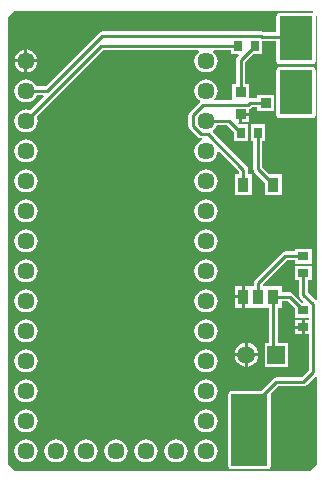
<source format=gtl>
G04 Layer_Physical_Order=1*
G04 Layer_Color=255*
%FSAX24Y24*%
%MOIN*%
G70*
G01*
G75*
%ADD10R,0.0360X0.0320*%
%ADD11R,0.0354X0.0276*%
%ADD12R,0.0354X0.0512*%
%ADD13R,0.0276X0.0354*%
%ADD14C,0.0100*%
%ADD15R,0.1200X0.2400*%
%ADD16R,0.1100X0.1500*%
%ADD17R,0.0591X0.0591*%
%ADD18C,0.0591*%
%ADD19C,0.0570*%
%ADD20C,0.0500*%
G36*
X020819Y049440D02*
X020807Y049416D01*
X020794Y049402D01*
X019700D01*
X019661Y049394D01*
X019628Y049372D01*
X019606Y049339D01*
X019598Y049300D01*
Y048753D01*
X019157D01*
X019134Y048768D01*
X019076Y048780D01*
X013794D01*
X013736Y048768D01*
X013686Y048735D01*
X011904Y046953D01*
X011603D01*
X011586Y046994D01*
X011525Y047075D01*
X011444Y047136D01*
X011351Y047175D01*
X011250Y047188D01*
X011149Y047175D01*
X011056Y047136D01*
X010975Y047075D01*
X010914Y046994D01*
X010875Y046901D01*
X010862Y046800D01*
X010875Y046699D01*
X010914Y046606D01*
X010975Y046525D01*
X011056Y046464D01*
X011149Y046425D01*
X011250Y046412D01*
X011351Y046425D01*
X011444Y046464D01*
X011525Y046525D01*
X011586Y046606D01*
X011603Y046647D01*
X011815D01*
X011835Y046601D01*
X011392Y046158D01*
X011351Y046175D01*
X011250Y046188D01*
X011149Y046175D01*
X011056Y046136D01*
X010975Y046075D01*
X010914Y045994D01*
X010875Y045901D01*
X010862Y045800D01*
X010875Y045699D01*
X010914Y045606D01*
X010975Y045525D01*
X011056Y045464D01*
X011149Y045425D01*
X011250Y045412D01*
X011351Y045425D01*
X011444Y045464D01*
X011525Y045525D01*
X011586Y045606D01*
X011625Y045699D01*
X011638Y045800D01*
X011625Y045901D01*
X011608Y045942D01*
X013813Y048147D01*
X016988D01*
X017005Y048097D01*
X016975Y048075D01*
X016914Y047994D01*
X016875Y047901D01*
X016862Y047800D01*
X016875Y047699D01*
X016914Y047606D01*
X016975Y047525D01*
X017056Y047464D01*
X017149Y047425D01*
X017250Y047412D01*
X017351Y047425D01*
X017444Y047464D01*
X017525Y047525D01*
X017586Y047606D01*
X017625Y047699D01*
X017638Y047800D01*
X017625Y047901D01*
X017586Y047994D01*
X017525Y048075D01*
X017495Y048097D01*
X017512Y048147D01*
X018087D01*
Y048023D01*
X018317D01*
X018336Y047977D01*
X018298Y047939D01*
X018265Y047889D01*
X018253Y047831D01*
Y047034D01*
X018126D01*
Y046514D01*
X018089Y046483D01*
X017543D01*
X017530Y046533D01*
X017586Y046606D01*
X017625Y046699D01*
X017638Y046800D01*
X017625Y046901D01*
X017586Y046994D01*
X017525Y047075D01*
X017444Y047136D01*
X017351Y047175D01*
X017250Y047188D01*
X017149Y047175D01*
X017056Y047136D01*
X016975Y047075D01*
X016914Y046994D01*
X016875Y046901D01*
X016862Y046800D01*
X016875Y046699D01*
X016914Y046606D01*
X016975Y046525D01*
X017032Y046482D01*
X017036Y046476D01*
X017039Y046423D01*
X017036Y046418D01*
X016707Y046088D01*
X016674Y046039D01*
X016662Y045980D01*
Y045620D01*
X016674Y045561D01*
X016707Y045512D01*
X016962Y045257D01*
X017011Y045224D01*
X017070Y045212D01*
X017108D01*
X017118Y045162D01*
X017056Y045136D01*
X016975Y045075D01*
X016914Y044994D01*
X016875Y044901D01*
X016862Y044800D01*
X016875Y044699D01*
X016914Y044606D01*
X016975Y044525D01*
X017056Y044464D01*
X017149Y044425D01*
X017250Y044412D01*
X017351Y044425D01*
X017444Y044464D01*
X017525Y044525D01*
X017586Y044606D01*
X017625Y044699D01*
X017632Y044755D01*
X017685Y044772D01*
X018347Y044111D01*
Y044026D01*
X018223D01*
Y043314D01*
X018777D01*
Y044026D01*
X018653D01*
Y044174D01*
X018641Y044232D01*
X018608Y044282D01*
X017468Y045422D01*
X017474Y045487D01*
X017525Y045525D01*
X017586Y045606D01*
X017603Y045647D01*
X017961D01*
X018187Y045422D01*
Y045123D01*
X018662D01*
Y045677D01*
X018364D01*
X018327Y045714D01*
X018346Y045760D01*
X018356D01*
Y046020D01*
X018406D01*
Y046070D01*
X018686D01*
Y046185D01*
X018707Y046189D01*
X018757Y046222D01*
X018782Y046247D01*
X018960D01*
Y046140D01*
X019520D01*
Y046660D01*
X018960D01*
Y046553D01*
X018718D01*
X018686Y046579D01*
Y047034D01*
X018559D01*
Y047767D01*
X018815Y048023D01*
X019113D01*
Y048447D01*
X019598D01*
Y047800D01*
X019606Y047761D01*
X019628Y047728D01*
X019661Y047706D01*
X019700Y047698D01*
X020800D01*
X020839Y047706D01*
X020872Y047728D01*
X020894Y047761D01*
X020902Y047800D01*
Y049294D01*
X020916Y049307D01*
X020940Y049319D01*
X020958Y049305D01*
Y039832D01*
X020908Y039811D01*
X020653Y040066D01*
Y040487D01*
X020777D01*
Y040962D01*
X020223D01*
Y040487D01*
X020347D01*
Y040003D01*
X020359Y039944D01*
X020392Y039895D01*
X020500Y039786D01*
X020482Y039733D01*
X020461Y039730D01*
X020154Y040038D01*
X020104Y040071D01*
X020046Y040083D01*
X019777D01*
Y040286D01*
X019153D01*
Y040337D01*
X019963Y041147D01*
X020223D01*
Y041038D01*
X020777D01*
Y041513D01*
X020223D01*
Y041453D01*
X019900D01*
X019841Y041441D01*
X019792Y041408D01*
X018892Y040508D01*
X018859Y040459D01*
X018847Y040400D01*
Y040286D01*
X018550D01*
Y039930D01*
Y039574D01*
X019347D01*
Y038395D01*
X019205D01*
Y037605D01*
X019995D01*
Y038395D01*
X019653D01*
Y039574D01*
X019777D01*
Y039777D01*
X019982D01*
X020223Y039536D01*
Y039238D01*
X020674D01*
Y039162D01*
X020550D01*
Y038924D01*
Y038687D01*
X020674D01*
Y037491D01*
X020437Y037253D01*
X019600D01*
X019541Y037241D01*
X019492Y037208D01*
X019086Y036802D01*
X018100D01*
X018061Y036794D01*
X018028Y036772D01*
X018006Y036739D01*
X017998Y036700D01*
Y034300D01*
X018006Y034261D01*
X018028Y034228D01*
X018061Y034206D01*
X018100Y034198D01*
X019300D01*
X019339Y034206D01*
X019372Y034228D01*
X019394Y034261D01*
X019402Y034300D01*
Y036686D01*
X019663Y036947D01*
X020500D01*
X020559Y036959D01*
X020608Y036992D01*
X020908Y037292D01*
X020958Y037271D01*
Y034359D01*
X020741Y034142D01*
X010859D01*
X010642Y034359D01*
Y049241D01*
X010859Y049458D01*
X020805D01*
X020819Y049440D01*
D02*
G37*
%LPC*%
G36*
X018992Y037950D02*
X018650D01*
Y037608D01*
X018703Y037615D01*
X018799Y037655D01*
X018882Y037718D01*
X018945Y037801D01*
X018985Y037897D01*
X018992Y037950D01*
D02*
G37*
G36*
X018550D02*
X018208D01*
X018215Y037897D01*
X018255Y037801D01*
X018318Y037718D01*
X018401Y037655D01*
X018497Y037615D01*
X018550Y037608D01*
Y037950D01*
D02*
G37*
G36*
X011250Y038188D02*
X011149Y038175D01*
X011056Y038136D01*
X010975Y038075D01*
X010914Y037994D01*
X010875Y037901D01*
X010862Y037800D01*
X010875Y037699D01*
X010914Y037606D01*
X010975Y037525D01*
X011056Y037464D01*
X011149Y037425D01*
X011250Y037412D01*
X011351Y037425D01*
X011444Y037464D01*
X011525Y037525D01*
X011586Y037606D01*
X011625Y037699D01*
X011638Y037800D01*
X011625Y037901D01*
X011586Y037994D01*
X011525Y038075D01*
X011444Y038136D01*
X011351Y038175D01*
X011250Y038188D01*
D02*
G37*
G36*
X017250D02*
X017149Y038175D01*
X017056Y038136D01*
X016975Y038075D01*
X016914Y037994D01*
X016875Y037901D01*
X016862Y037800D01*
X016875Y037699D01*
X016914Y037606D01*
X016975Y037525D01*
X017056Y037464D01*
X017149Y037425D01*
X017250Y037412D01*
X017351Y037425D01*
X017444Y037464D01*
X017525Y037525D01*
X017586Y037606D01*
X017625Y037699D01*
X017638Y037800D01*
X017625Y037901D01*
X017586Y037994D01*
X017525Y038075D01*
X017444Y038136D01*
X017351Y038175D01*
X017250Y038188D01*
D02*
G37*
G36*
Y039188D02*
X017149Y039175D01*
X017056Y039136D01*
X016975Y039075D01*
X016914Y038994D01*
X016875Y038900D01*
X016862Y038800D01*
X016875Y038700D01*
X016914Y038606D01*
X016975Y038525D01*
X017056Y038464D01*
X017149Y038425D01*
X017250Y038412D01*
X017351Y038425D01*
X017444Y038464D01*
X017525Y038525D01*
X017586Y038606D01*
X017625Y038700D01*
X017638Y038800D01*
X017625Y038900D01*
X017586Y038994D01*
X017525Y039075D01*
X017444Y039136D01*
X017351Y039175D01*
X017250Y039188D01*
D02*
G37*
G36*
X020450Y038874D02*
X020223D01*
Y038687D01*
X020450D01*
Y038874D01*
D02*
G37*
G36*
X011250Y039188D02*
X011149Y039175D01*
X011056Y039136D01*
X010975Y039075D01*
X010914Y038994D01*
X010875Y038900D01*
X010862Y038800D01*
X010875Y038700D01*
X010914Y038606D01*
X010975Y038525D01*
X011056Y038464D01*
X011149Y038425D01*
X011250Y038412D01*
X011351Y038425D01*
X011444Y038464D01*
X011525Y038525D01*
X011586Y038606D01*
X011625Y038700D01*
X011638Y038800D01*
X011625Y038900D01*
X011586Y038994D01*
X011525Y039075D01*
X011444Y039136D01*
X011351Y039175D01*
X011250Y039188D01*
D02*
G37*
G36*
X018550Y038392D02*
X018497Y038385D01*
X018401Y038345D01*
X018318Y038282D01*
X018255Y038199D01*
X018215Y038103D01*
X018208Y038050D01*
X018550D01*
Y038392D01*
D02*
G37*
G36*
X018650D02*
Y038050D01*
X018992D01*
X018985Y038103D01*
X018945Y038199D01*
X018882Y038282D01*
X018799Y038345D01*
X018703Y038385D01*
X018650Y038392D01*
D02*
G37*
G36*
X017250Y037188D02*
X017149Y037175D01*
X017056Y037136D01*
X016975Y037075D01*
X016914Y036994D01*
X016875Y036900D01*
X016862Y036800D01*
X016875Y036700D01*
X016914Y036606D01*
X016975Y036525D01*
X017056Y036464D01*
X017149Y036425D01*
X017250Y036412D01*
X017351Y036425D01*
X017444Y036464D01*
X017525Y036525D01*
X017586Y036606D01*
X017625Y036700D01*
X017638Y036800D01*
X017625Y036900D01*
X017586Y036994D01*
X017525Y037075D01*
X017444Y037136D01*
X017351Y037175D01*
X017250Y037188D01*
D02*
G37*
G36*
X014250Y035188D02*
X014149Y035175D01*
X014056Y035136D01*
X013975Y035075D01*
X013914Y034994D01*
X013875Y034901D01*
X013862Y034800D01*
X013875Y034699D01*
X013914Y034606D01*
X013975Y034525D01*
X014056Y034464D01*
X014149Y034425D01*
X014250Y034412D01*
X014351Y034425D01*
X014444Y034464D01*
X014525Y034525D01*
X014586Y034606D01*
X014625Y034699D01*
X014638Y034800D01*
X014625Y034901D01*
X014586Y034994D01*
X014525Y035075D01*
X014444Y035136D01*
X014351Y035175D01*
X014250Y035188D01*
D02*
G37*
G36*
X015250D02*
X015149Y035175D01*
X015056Y035136D01*
X014975Y035075D01*
X014914Y034994D01*
X014875Y034901D01*
X014862Y034800D01*
X014875Y034699D01*
X014914Y034606D01*
X014975Y034525D01*
X015056Y034464D01*
X015149Y034425D01*
X015250Y034412D01*
X015351Y034425D01*
X015444Y034464D01*
X015525Y034525D01*
X015586Y034606D01*
X015625Y034699D01*
X015638Y034800D01*
X015625Y034901D01*
X015586Y034994D01*
X015525Y035075D01*
X015444Y035136D01*
X015351Y035175D01*
X015250Y035188D01*
D02*
G37*
G36*
X013250D02*
X013149Y035175D01*
X013056Y035136D01*
X012975Y035075D01*
X012914Y034994D01*
X012875Y034901D01*
X012862Y034800D01*
X012875Y034699D01*
X012914Y034606D01*
X012975Y034525D01*
X013056Y034464D01*
X013149Y034425D01*
X013250Y034412D01*
X013351Y034425D01*
X013444Y034464D01*
X013525Y034525D01*
X013586Y034606D01*
X013625Y034699D01*
X013638Y034800D01*
X013625Y034901D01*
X013586Y034994D01*
X013525Y035075D01*
X013444Y035136D01*
X013351Y035175D01*
X013250Y035188D01*
D02*
G37*
G36*
X011250D02*
X011149Y035175D01*
X011056Y035136D01*
X010975Y035075D01*
X010914Y034994D01*
X010875Y034901D01*
X010862Y034800D01*
X010875Y034699D01*
X010914Y034606D01*
X010975Y034525D01*
X011056Y034464D01*
X011149Y034425D01*
X011250Y034412D01*
X011351Y034425D01*
X011444Y034464D01*
X011525Y034525D01*
X011586Y034606D01*
X011625Y034699D01*
X011638Y034800D01*
X011625Y034901D01*
X011586Y034994D01*
X011525Y035075D01*
X011444Y035136D01*
X011351Y035175D01*
X011250Y035188D01*
D02*
G37*
G36*
X012250D02*
X012149Y035175D01*
X012056Y035136D01*
X011975Y035075D01*
X011914Y034994D01*
X011875Y034901D01*
X011862Y034800D01*
X011875Y034699D01*
X011914Y034606D01*
X011975Y034525D01*
X012056Y034464D01*
X012149Y034425D01*
X012250Y034412D01*
X012351Y034425D01*
X012444Y034464D01*
X012525Y034525D01*
X012586Y034606D01*
X012625Y034699D01*
X012638Y034800D01*
X012625Y034901D01*
X012586Y034994D01*
X012525Y035075D01*
X012444Y035136D01*
X012351Y035175D01*
X012250Y035188D01*
D02*
G37*
G36*
X017250Y036188D02*
X017149Y036175D01*
X017056Y036136D01*
X016975Y036075D01*
X016914Y035994D01*
X016875Y035900D01*
X016862Y035800D01*
X016875Y035700D01*
X016914Y035606D01*
X016975Y035525D01*
X017056Y035464D01*
X017149Y035425D01*
X017250Y035412D01*
X017351Y035425D01*
X017444Y035464D01*
X017525Y035525D01*
X017586Y035606D01*
X017625Y035700D01*
X017638Y035800D01*
X017625Y035900D01*
X017586Y035994D01*
X017525Y036075D01*
X017444Y036136D01*
X017351Y036175D01*
X017250Y036188D01*
D02*
G37*
G36*
X011250Y037188D02*
X011149Y037175D01*
X011056Y037136D01*
X010975Y037075D01*
X010914Y036994D01*
X010875Y036900D01*
X010862Y036800D01*
X010875Y036700D01*
X010914Y036606D01*
X010975Y036525D01*
X011056Y036464D01*
X011149Y036425D01*
X011250Y036412D01*
X011351Y036425D01*
X011444Y036464D01*
X011525Y036525D01*
X011586Y036606D01*
X011625Y036700D01*
X011638Y036800D01*
X011625Y036900D01*
X011586Y036994D01*
X011525Y037075D01*
X011444Y037136D01*
X011351Y037175D01*
X011250Y037188D01*
D02*
G37*
G36*
Y036188D02*
X011149Y036175D01*
X011056Y036136D01*
X010975Y036075D01*
X010914Y035994D01*
X010875Y035900D01*
X010862Y035800D01*
X010875Y035700D01*
X010914Y035606D01*
X010975Y035525D01*
X011056Y035464D01*
X011149Y035425D01*
X011250Y035412D01*
X011351Y035425D01*
X011444Y035464D01*
X011525Y035525D01*
X011586Y035606D01*
X011625Y035700D01*
X011638Y035800D01*
X011625Y035900D01*
X011586Y035994D01*
X011525Y036075D01*
X011444Y036136D01*
X011351Y036175D01*
X011250Y036188D01*
D02*
G37*
G36*
X016250Y035188D02*
X016149Y035175D01*
X016056Y035136D01*
X015975Y035075D01*
X015914Y034994D01*
X015875Y034901D01*
X015862Y034800D01*
X015875Y034699D01*
X015914Y034606D01*
X015975Y034525D01*
X016056Y034464D01*
X016149Y034425D01*
X016250Y034412D01*
X016351Y034425D01*
X016444Y034464D01*
X016525Y034525D01*
X016586Y034606D01*
X016625Y034699D01*
X016638Y034800D01*
X016625Y034901D01*
X016586Y034994D01*
X016525Y035075D01*
X016444Y035136D01*
X016351Y035175D01*
X016250Y035188D01*
D02*
G37*
G36*
X017250D02*
X017149Y035175D01*
X017056Y035136D01*
X016975Y035075D01*
X016914Y034994D01*
X016875Y034901D01*
X016862Y034800D01*
X016875Y034699D01*
X016914Y034606D01*
X016975Y034525D01*
X017056Y034464D01*
X017149Y034425D01*
X017250Y034412D01*
X017351Y034425D01*
X017444Y034464D01*
X017525Y034525D01*
X017586Y034606D01*
X017625Y034699D01*
X017638Y034800D01*
X017625Y034901D01*
X017586Y034994D01*
X017525Y035075D01*
X017444Y035136D01*
X017351Y035175D01*
X017250Y035188D01*
D02*
G37*
G36*
X020450Y039162D02*
X020223D01*
Y038974D01*
X020450D01*
Y039162D01*
D02*
G37*
G36*
X011250Y045188D02*
X011149Y045175D01*
X011056Y045136D01*
X010975Y045075D01*
X010914Y044994D01*
X010875Y044901D01*
X010862Y044800D01*
X010875Y044699D01*
X010914Y044606D01*
X010975Y044525D01*
X011056Y044464D01*
X011149Y044425D01*
X011250Y044412D01*
X011351Y044425D01*
X011444Y044464D01*
X011525Y044525D01*
X011586Y044606D01*
X011625Y044699D01*
X011638Y044800D01*
X011625Y044901D01*
X011586Y044994D01*
X011525Y045075D01*
X011444Y045136D01*
X011351Y045175D01*
X011250Y045188D01*
D02*
G37*
G36*
X018686Y045970D02*
X018456D01*
Y045760D01*
X018686D01*
Y045970D01*
D02*
G37*
G36*
X017250Y044188D02*
X017149Y044175D01*
X017056Y044136D01*
X016975Y044075D01*
X016914Y043994D01*
X016875Y043901D01*
X016862Y043800D01*
X016875Y043699D01*
X016914Y043606D01*
X016975Y043525D01*
X017056Y043464D01*
X017149Y043425D01*
X017250Y043412D01*
X017351Y043425D01*
X017444Y043464D01*
X017525Y043525D01*
X017586Y043606D01*
X017625Y043699D01*
X017638Y043800D01*
X017625Y043901D01*
X017586Y043994D01*
X017525Y044075D01*
X017444Y044136D01*
X017351Y044175D01*
X017250Y044188D01*
D02*
G37*
G36*
X019213Y045677D02*
X018738D01*
Y045123D01*
X018823D01*
Y044194D01*
X018834Y044136D01*
X018867Y044086D01*
X019223Y043731D01*
Y043314D01*
X019777D01*
Y044026D01*
X019360D01*
X019129Y044258D01*
Y045123D01*
X019213D01*
Y045677D01*
D02*
G37*
G36*
X011250Y044188D02*
X011149Y044175D01*
X011056Y044136D01*
X010975Y044075D01*
X010914Y043994D01*
X010875Y043901D01*
X010862Y043800D01*
X010875Y043699D01*
X010914Y043606D01*
X010975Y043525D01*
X011056Y043464D01*
X011149Y043425D01*
X011250Y043412D01*
X011351Y043425D01*
X011444Y043464D01*
X011525Y043525D01*
X011586Y043606D01*
X011625Y043699D01*
X011638Y043800D01*
X011625Y043901D01*
X011586Y043994D01*
X011525Y044075D01*
X011444Y044136D01*
X011351Y044175D01*
X011250Y044188D01*
D02*
G37*
G36*
X011200Y048182D02*
X011149Y048175D01*
X011056Y048136D01*
X010975Y048075D01*
X010914Y047994D01*
X010875Y047901D01*
X010868Y047850D01*
X011200D01*
Y048182D01*
D02*
G37*
G36*
X011300D02*
Y047850D01*
X011632D01*
X011625Y047901D01*
X011586Y047994D01*
X011525Y048075D01*
X011444Y048136D01*
X011351Y048175D01*
X011300Y048182D01*
D02*
G37*
G36*
X011632Y047750D02*
X011300D01*
Y047418D01*
X011351Y047425D01*
X011444Y047464D01*
X011525Y047525D01*
X011586Y047606D01*
X011625Y047699D01*
X011632Y047750D01*
D02*
G37*
G36*
X020800Y047602D02*
X019700D01*
X019661Y047594D01*
X019628Y047572D01*
X019606Y047539D01*
X019598Y047500D01*
Y046000D01*
X019606Y045961D01*
X019628Y045928D01*
X019661Y045906D01*
X019700Y045898D01*
X020800D01*
X020839Y045906D01*
X020872Y045928D01*
X020894Y045961D01*
X020902Y046000D01*
Y047500D01*
X020894Y047539D01*
X020872Y047572D01*
X020839Y047594D01*
X020800Y047602D01*
D02*
G37*
G36*
X011200Y047750D02*
X010868D01*
X010875Y047699D01*
X010914Y047606D01*
X010975Y047525D01*
X011056Y047464D01*
X011149Y047425D01*
X011200Y047418D01*
Y047750D01*
D02*
G37*
G36*
X018450Y040286D02*
X018223D01*
Y039980D01*
X018450D01*
Y040286D01*
D02*
G37*
G36*
X011250Y041188D02*
X011149Y041175D01*
X011056Y041136D01*
X010975Y041075D01*
X010914Y040994D01*
X010875Y040901D01*
X010862Y040800D01*
X010875Y040700D01*
X010914Y040606D01*
X010975Y040525D01*
X011056Y040464D01*
X011149Y040425D01*
X011250Y040412D01*
X011351Y040425D01*
X011444Y040464D01*
X011525Y040525D01*
X011586Y040606D01*
X011625Y040700D01*
X011638Y040800D01*
X011625Y040901D01*
X011586Y040994D01*
X011525Y041075D01*
X011444Y041136D01*
X011351Y041175D01*
X011250Y041188D01*
D02*
G37*
G36*
X018450Y039880D02*
X018223D01*
Y039574D01*
X018450D01*
Y039880D01*
D02*
G37*
G36*
X011250Y040188D02*
X011149Y040175D01*
X011056Y040136D01*
X010975Y040075D01*
X010914Y039994D01*
X010875Y039901D01*
X010862Y039800D01*
X010875Y039699D01*
X010914Y039606D01*
X010975Y039525D01*
X011056Y039464D01*
X011149Y039425D01*
X011250Y039412D01*
X011351Y039425D01*
X011444Y039464D01*
X011525Y039525D01*
X011586Y039606D01*
X011625Y039699D01*
X011638Y039800D01*
X011625Y039901D01*
X011586Y039994D01*
X011525Y040075D01*
X011444Y040136D01*
X011351Y040175D01*
X011250Y040188D01*
D02*
G37*
G36*
X017250D02*
X017149Y040175D01*
X017056Y040136D01*
X016975Y040075D01*
X016914Y039994D01*
X016875Y039901D01*
X016862Y039800D01*
X016875Y039699D01*
X016914Y039606D01*
X016975Y039525D01*
X017056Y039464D01*
X017149Y039425D01*
X017250Y039412D01*
X017351Y039425D01*
X017444Y039464D01*
X017525Y039525D01*
X017586Y039606D01*
X017625Y039699D01*
X017638Y039800D01*
X017625Y039901D01*
X017586Y039994D01*
X017525Y040075D01*
X017444Y040136D01*
X017351Y040175D01*
X017250Y040188D01*
D02*
G37*
G36*
X011250Y043188D02*
X011149Y043175D01*
X011056Y043136D01*
X010975Y043075D01*
X010914Y042994D01*
X010875Y042901D01*
X010862Y042800D01*
X010875Y042699D01*
X010914Y042606D01*
X010975Y042525D01*
X011056Y042464D01*
X011149Y042425D01*
X011250Y042412D01*
X011351Y042425D01*
X011444Y042464D01*
X011525Y042525D01*
X011586Y042606D01*
X011625Y042699D01*
X011638Y042800D01*
X011625Y042901D01*
X011586Y042994D01*
X011525Y043075D01*
X011444Y043136D01*
X011351Y043175D01*
X011250Y043188D01*
D02*
G37*
G36*
X017250D02*
X017149Y043175D01*
X017056Y043136D01*
X016975Y043075D01*
X016914Y042994D01*
X016875Y042901D01*
X016862Y042800D01*
X016875Y042699D01*
X016914Y042606D01*
X016975Y042525D01*
X017056Y042464D01*
X017149Y042425D01*
X017250Y042412D01*
X017351Y042425D01*
X017444Y042464D01*
X017525Y042525D01*
X017586Y042606D01*
X017625Y042699D01*
X017638Y042800D01*
X017625Y042901D01*
X017586Y042994D01*
X017525Y043075D01*
X017444Y043136D01*
X017351Y043175D01*
X017250Y043188D01*
D02*
G37*
G36*
Y042188D02*
X017149Y042175D01*
X017056Y042136D01*
X016975Y042075D01*
X016914Y041994D01*
X016875Y041901D01*
X016862Y041800D01*
X016875Y041699D01*
X016914Y041606D01*
X016975Y041525D01*
X017056Y041464D01*
X017149Y041425D01*
X017250Y041412D01*
X017351Y041425D01*
X017444Y041464D01*
X017525Y041525D01*
X017586Y041606D01*
X017625Y041699D01*
X017638Y041800D01*
X017625Y041901D01*
X017586Y041994D01*
X017525Y042075D01*
X017444Y042136D01*
X017351Y042175D01*
X017250Y042188D01*
D02*
G37*
G36*
Y041188D02*
X017149Y041175D01*
X017056Y041136D01*
X016975Y041075D01*
X016914Y040994D01*
X016875Y040901D01*
X016862Y040800D01*
X016875Y040700D01*
X016914Y040606D01*
X016975Y040525D01*
X017056Y040464D01*
X017149Y040425D01*
X017250Y040412D01*
X017351Y040425D01*
X017444Y040464D01*
X017525Y040525D01*
X017586Y040606D01*
X017625Y040700D01*
X017638Y040800D01*
X017625Y040901D01*
X017586Y040994D01*
X017525Y041075D01*
X017444Y041136D01*
X017351Y041175D01*
X017250Y041188D01*
D02*
G37*
G36*
X011250Y042188D02*
X011149Y042175D01*
X011056Y042136D01*
X010975Y042075D01*
X010914Y041994D01*
X010875Y041901D01*
X010862Y041800D01*
X010875Y041699D01*
X010914Y041606D01*
X010975Y041525D01*
X011056Y041464D01*
X011149Y041425D01*
X011250Y041412D01*
X011351Y041425D01*
X011444Y041464D01*
X011525Y041525D01*
X011586Y041606D01*
X011625Y041699D01*
X011638Y041800D01*
X011625Y041901D01*
X011586Y041994D01*
X011525Y042075D01*
X011444Y042136D01*
X011351Y042175D01*
X011250Y042188D01*
D02*
G37*
%LPD*%
D10*
X019240Y046400D02*
D03*
X018406Y046020D02*
D03*
Y046774D02*
D03*
D11*
X020500Y038924D02*
D03*
Y039476D02*
D03*
Y040724D02*
D03*
Y041276D02*
D03*
D12*
X018500Y039930D02*
D03*
X019000D02*
D03*
X019500D02*
D03*
X018500Y043670D02*
D03*
X019500D02*
D03*
D13*
X018976Y045400D02*
D03*
X018424D02*
D03*
X018876Y048300D02*
D03*
X018324D02*
D03*
D14*
X019600Y037100D02*
X020500D01*
X018700Y036200D02*
X019600Y037100D01*
X020500D02*
X020827Y037427D01*
Y039676D01*
X020500Y040003D02*
X020827Y039676D01*
X020500Y040003D02*
Y040724D01*
X019500Y038100D02*
X019600Y038000D01*
X019500Y038100D02*
Y039930D01*
X020046D02*
X020500Y039476D01*
X019500Y039930D02*
X020046D01*
X020476Y041300D02*
X020500Y041276D01*
X019900Y041300D02*
X020476D01*
X019000Y040400D02*
X019900Y041300D01*
X019000Y039930D02*
Y040400D01*
X017309Y045365D02*
X018500Y044174D01*
Y043670D02*
Y044174D01*
X019103Y048600D02*
X020200D01*
X019076Y048627D02*
X019103Y048600D01*
X013794Y048627D02*
X019076D01*
X011967Y046800D02*
X013794Y048627D01*
X011250Y046800D02*
X011967D01*
X018406Y047831D02*
X018876Y048300D01*
X018406Y046774D02*
Y047831D01*
X016815Y045980D02*
X017165Y046330D01*
X018648D01*
X018718Y046400D01*
X019240D01*
X016815Y045620D02*
Y045980D01*
Y045620D02*
X017070Y045365D01*
X017309D01*
X018976Y044194D02*
X019385Y043785D01*
X018976Y044194D02*
Y045400D01*
X018024Y045800D02*
X018424Y045400D01*
X017250Y045800D02*
X018024D01*
X011250D02*
X013750Y048300D01*
X018324D01*
D15*
X020200Y035500D02*
D03*
X018700D02*
D03*
D16*
X020250Y046750D02*
D03*
Y048550D02*
D03*
D17*
X019600Y038000D02*
D03*
D18*
X018600D02*
D03*
D19*
X011250Y047800D02*
D03*
Y046800D02*
D03*
Y045800D02*
D03*
Y044800D02*
D03*
Y043800D02*
D03*
Y042800D02*
D03*
Y041800D02*
D03*
Y040800D02*
D03*
Y039800D02*
D03*
Y038800D02*
D03*
Y037800D02*
D03*
Y036800D02*
D03*
Y035800D02*
D03*
Y034800D02*
D03*
X012250D02*
D03*
X013250D02*
D03*
X014250D02*
D03*
X015250D02*
D03*
X016250D02*
D03*
X017250D02*
D03*
Y035800D02*
D03*
Y036800D02*
D03*
Y037800D02*
D03*
Y038800D02*
D03*
Y039800D02*
D03*
Y040800D02*
D03*
Y041800D02*
D03*
Y042800D02*
D03*
Y043800D02*
D03*
Y044800D02*
D03*
Y045800D02*
D03*
Y046800D02*
D03*
Y047800D02*
D03*
D20*
X020200Y046800D02*
D03*
M02*

</source>
